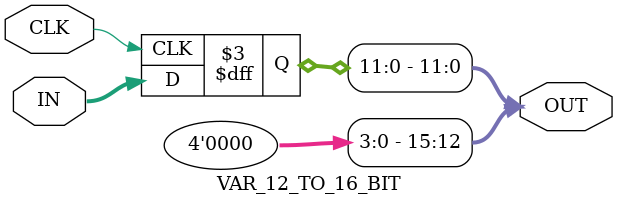
<source format=v>
module VAR_12_TO_16_BIT (
	input CLK,
	input [11:0] IN,
	output reg [15:0] OUT
	);
	//	
	initial
	begin
		OUT <= 0;
	end	
	//
	always	@(posedge CLK)
	begin
	//OUT[11:0] <= 1234;//IN[11:0];
	OUT[11:0] <= IN[11:0];
	end
endmodule
</source>
